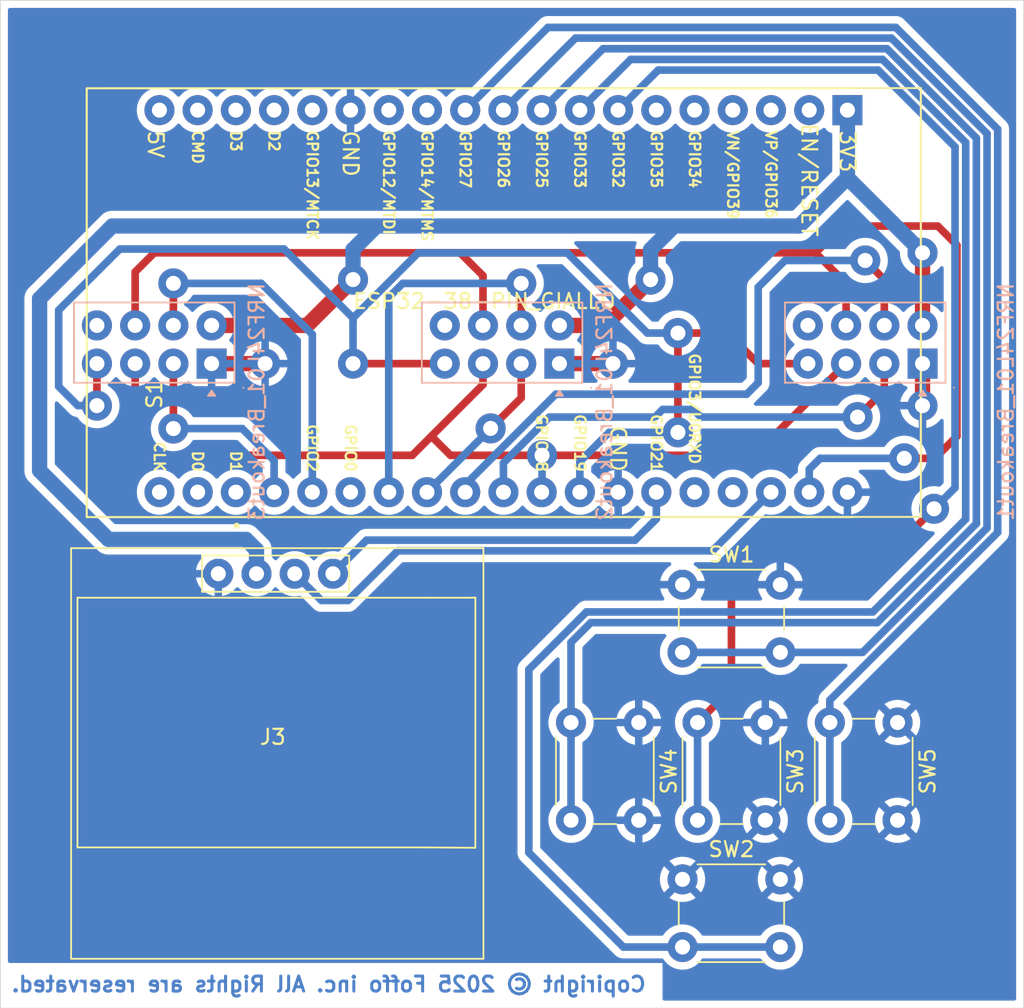
<source format=kicad_pcb>
(kicad_pcb (version 20241229) (generator "pcbnew") (generator_version "9.0")
  (layers (0 "F.Cu" signal) (2 "B.Cu" signal) (13 "F.Paste" user) (15 "B.Paste" user) (5 "F.SilkS" user "F.Silkscreen") (7 "B.SilkS" user "B.Silkscreen") (1 "F.Mask" user) (3 "B.Mask" user) (25 "Edge.Cuts" user))
  (net 0 "")
  (net 1 "GND")
  (net 2 "+5V")
  (net 3 "+3V3")
  (net 4 "/SDA")
  (net 5 "/SCL")
  (net 6 "/SCK")
  (net 7 "/MOSI")
  (net 8 "/SS_ALTO")
  (net 9 "/CE_ALTO")
  (net 10 "/MISO")
  (net 13 "/SS_CENTRO")
  (net 14 "/CE_CENTRO")
  (net 15 "/SS_BASSO")
  (net 16 "Net-(J1-Pin_2)")
  (net 17 "/CE_BASSO")
  (net 19 "/OK_SW")
  (net 20 "/LEFT_SW")
  (net 21 "/RIGHT_SW")
  (net 22 "/DOWN_SW")
  (net 39 "/UP_SW")
  (footprint "0Planck_20250924:ESP32-38-PIN" (layer "F.Cu") (at 152.4891 67.6032 90)
    (property "Reference" "S1" (at 8.405 4.75 90) (layer "F.SilkS"))
    (property "Value" "ESP32-38-PIN_GIALLO" (at 14.605 26.67 0) (layer "F.SilkS"))
    (fp_line (start 28.76 0.25) (end 28.76 51.2) (stroke (width 0.127)) (layer "F.SilkS"))
    (fp_line (start 28.76 0.25) (end 28.7714 55.6768) (stroke (width 0.127)) (layer "F.SilkS"))
    (fp_line (start 18.03 0.25) (end 28.76 0.25) (stroke (width 0.127)) (layer "F.SilkS"))
    (fp_line (start 11.319 0.25) (end 18.03 0.25) (stroke (width 0.127)) (layer "F.SilkS"))
    (fp_line (start 0.25 0.25) (end 28.76 0.25) (stroke (width 0.127)) (layer "F.SilkS"))
    (fp_line (start 0.25 0.25) (end 11.319 0.25) (stroke (width 0.127)) (layer "F.SilkS"))
    (fp_line (start 0.25 51.2) (end 0.25 0.25) (stroke (width 0.127)) (layer "F.SilkS"))
    (fp_line (start 28.7714 55.6768) (end 0.2614 55.6768) (stroke (width 0.127)) (layer "F.SilkS"))
    (fp_line (start 23.3214 55.6768) (end 28.7714 55.6768) (stroke (width 0.127)) (layer "F.SilkS"))
    (fp_line (start 5.6314 55.6768) (end 23.3214 55.6768) (stroke (width 0.127)) (layer "F.SilkS"))
    (fp_line (start 0.2614 55.6768) (end 0.25 0.25) (stroke (width 0.127)) (layer "F.SilkS"))
    (fp_line (start 0.2614 55.6768) (end 5.6314 55.6768) (stroke (width 0.127)) (layer "F.SilkS"))
    (fp_circle (center -0.32 10.21) (end -0.22 10.21) (stroke (width 0.2)) (fill no) (layer "F.SilkS"))
    (fp_text user "GPIO19" (at 3.175 33.02 270) (layer "F.SilkS") (effects (font (size 0.7 0.7)) (justify right)))
    (fp_text user "GPIO14/MTMS" (at 26.035 22.86 270) (layer "F.SilkS") (effects (font (size 0.7 0.7)) (justify left)))
    (fp_text user "GPIO2" (at 3.175 15.24 270) (layer "F.SilkS") (effects (font (size 0.7 0.7)) (justify right)))
    (fp_text user "GPIO32" (at 26.035 35.56 270) (layer "F.SilkS") (effects (font (size 0.7 0.7)) (justify left)))
    (fp_text user "GPIO12/MTDI" (at 26.035 20.32 270) (layer "F.SilkS") (effects (font (size 0.7 0.7)) (justify left)))
    (fp_text user "GPIO3/U0RXD" (at 3.68668 40.64 270) (layer "F.SilkS") (effects (font (size 0.7 0.7)) (justify right)))
    (fp_text user "GPIO18" (at 3.175 30.48 270) (layer "F.SilkS") (effects (font (size 0.7 0.7)) (justify right)))
    (fp_text user "VP/GPIO36" (at 26.035 45.72 270) (layer "F.SilkS") (effects (font (size 0.7 0.7)) (justify left)))
    (fp_text user "D0" (at 3.175 7.62 270) (layer "F.SilkS") (effects (font (size 0.7 0.7)) (justify right)))
    (fp_text user "3V3" (at 26.035 50.8 270) (layer "F.SilkS") (effects (justify left)))
    (fp_text user "GPIO25" (at 26.035 30.48 270) (layer "F.SilkS") (effects (font (size 0.7 0.7)) (justify left)))
    (fp_text user "D3" (at 26.035 10.16 270) (layer "F.SilkS") (effects (font (size 0.7 0.7)) (justify left)))
    (fp_text user "D1" (at 3.175 10.16 270) (layer "F.SilkS") (effects (font (size 0.7 0.7)) (justify right)))
    (fp_text user "GND" (at 26.035 17.78 270) (layer "F.SilkS") (effects (justify left)))
    (fp_text user "GPIO13/MTCK" (at 26.035 15.24 270) (layer "F.SilkS") (effects (font (size 0.7 0.7)) (justify left)))
    (fp_text user "D2" (at 26.035 12.7 270) (layer "F.SilkS") (effects (font (size 0.7 0.7)) (justify left)))
    (fp_text user "GND" (at 3.175 35.56 270) (layer "F.SilkS") (effects (justify right)))
    (fp_text user "VN/GPIO39" (at 26.035 43.18 270) (layer "F.SilkS") (effects (font (size 0.7 0.7)) (justify left)))
    (fp_text user "GPIO33" (at 26.035 33.02 270) (layer "F.SilkS") (effects (font (size 0.7 0.7)) (justify left)))
    (fp_text user "GPIO34" (at 26.035 40.64 270) (layer "F.SilkS") (effects (font (size 0.7 0.7)) (justify left)))
    (fp_text user "5V" (at 26.03868 4.82872 270) (layer "F.SilkS") (effects (justify left)))
    (fp_text user "EN/RESET" (at 18.796 48.26 270) (layer "F.SilkS") (effects (justify right)))
    (fp_text user "GPIO0" (at 3.175 17.78 270) (layer "F.SilkS") (effects (font (size 0.7 0.7)) (justify right)))
    (fp_text user "GPIO27" (at 26.035 25.4 270) (layer "F.SilkS") (effects (font (size 0.7 0.7)) (justify left)))
    (fp_text user "CMD" (at 26.035 7.62 270) (layer "F.SilkS") (effects (font (size 0.7 0.7)) (justify left)))
    (fp_text user "GPIO35" (at 26.035 38.1 270) (layer "F.SilkS") (effects (font (size 0.7 0.7)) (justify left)))
    (fp_text user "CLK" (at 3.175 5.08 270) (layer "F.SilkS") (effects (font (size 0.7 0.7)) (justify right)))
    (fp_text user "GPIO21" (at 3.175 38.1 270) (layer "F.SilkS") (effects (font (size 0.7 0.7)) (justify right)))
    (pad "1" thru_hole rect (at 27.305 50.8 90) (size 2 2) (drill 1) (layers "*.Cu" "*.Mask") (net 3 "+3V3"))
    (pad "2" thru_hole circle (at 27.305 48.26 90) (size 2 2) (drill 1) (layers "*.Cu" "*.Mask"))
    (pad "3" thru_hole circle (at 27.305 45.72 90) (size 2 2) (drill 1) (layers "*.Cu" "*.Mask"))
    (pad "4" thru_hole oval (at 27.305 43.18 180) (size 2 2) (drill 1) (layers "*.Cu" "*.Mask"))
    (pad "5" thru_hole oval (at 27.305 40.64 180) (size 2 2) (drill 1) (layers "*.Cu" "*.Mask"))
    (pad "6" thru_hole oval (at 27.305 38.1 180) (size 2 2) (drill 1) (layers "*.Cu" "*.Mask"))
    (pad "7" thru_hole oval (at 27.305 35.56 180) (size 2 2) (drill 1) (layers "*.Cu" "*.Mask") (net 19 "/OK_SW"))
    (pad "8" thru_hole oval (at 27.305 33.02 180) (size 2 2) (drill 1) (layers "*.Cu" "*.Mask") (net 22 "/DOWN_SW"))
    (pad "9" thru_hole oval (at 27.305 30.48 180) (size 2 2) (drill 1) (layers "*.Cu" "*.Mask") (net 20 "/LEFT_SW"))
    (pad "10" thru_hole oval (at 27.305 27.94 180) (size 2 2) (drill 1) (layers "*.Cu" "*.Mask") (net 39 "/UP_SW"))
    (pad "11" thru_hole oval (at 27.305 25.4 180) (size 2 2) (drill 1) (layers "*.Cu" "*.Mask") (net 21 "/RIGHT_SW"))
    (pad "12" thru_hole oval (at 27.305 22.86 180) (size 2 2) (drill 1) (layers "*.Cu" "*.Mask") (net 16 "Net-(J1-Pin_2)"))
    (pad "13" thru_hole oval (at 27.305 20.32 180) (size 2 2) (drill 1) (layers "*.Cu" "*.Mask"))
    (pad "14" thru_hole oval (at 27.305 17.78 180) (size 2 2) (drill 1) (layers "*.Cu" "*.Mask") (net 1 "GND"))
    (pad "15" thru_hole oval (at 27.305 15.24 180) (size 2 2) (drill 1) (layers "*.Cu" "*.Mask"))
    (pad "16" thru_hole oval (at 27.305 12.7 180) (size 2 2) (drill 1) (layers "*.Cu" "*.Mask"))
    (pad "17" thru_hole oval (at 27.305 10.16 180) (size 2 2) (drill 1) (layers "*.Cu" "*.Mask"))
    (pad "18" thru_hole oval (at 27.305 7.62 180) (size 2 2) (drill 1) (layers "*.Cu" "*.Mask"))
    (pad "19" thru_hole oval (at 27.305 5.08 180) (size 2 2) (drill 1) (layers "*.Cu" "*.Mask") (net 2 "+5V"))
    (pad "20" thru_hole oval (at 1.90868 5.08272 180) (size 2 2) (drill 1) (layers "*.Cu" "*.Mask"))
    (pad "21" thru_hole oval (at 1.90868 7.62272 180) (size 2 2) (drill 1) (layers "*.Cu" "*.Mask"))
    (pad "22" thru_hole oval (at 1.905 10.16 180) (size 2 2) (drill 1) (layers "*.Cu" "*.Mask"))
    (pad "23" thru_hole oval (at 1.905 12.7 180) (size 2 2) (drill 1) (layers "*.Cu" "*.Mask") (net 17 "/CE_BASSO"))
    (pad "24" thru_hole oval (at 1.905 15.24 180) (size 2 2) (drill 1) (layers "*.Cu" "*.Mask") (net 15 "/SS_BASSO"))
    (pad "25" thru_hole oval (at 1.905 17.78 180) (size 2 2) (drill 1) (layers "*.Cu" "*.Mask"))
    (pad "26" thru_hole oval (at 1.905 20.32 180) (size 2 2) (drill 1) (layers "*.Cu" "*.Mask") (net 13 "/SS_CENTRO"))
    (pad "27" thru_hole oval (at 1.905 22.86 180) (size 2 2) (drill 1) (layers "*.Cu" "*.Mask") (net 14 "/CE_CENTRO"))
    (pad "28" thru_hole oval (at 1.905 25.4 180) (size 2 2) (drill 1) (layers "*.Cu" "*.Mask") (net 8 "/SS_ALTO"))
    (pad "29" thru_hole oval (at 1.905 27.94 180) (size 2 2) (drill 1) (layers "*.Cu" "*.Mask") (net 9 "/CE_ALTO"))
    (pad "30" thru_hole oval (at 1.905 30.48 180) (size 2 2) (drill 1) (layers "*.Cu" "*.Mask") (net 6 "/SCK"))
    (pad "31" thru_hole oval (at 1.905 33.02 180) (size 2 2) (drill 1) (layers "*.Cu" "*.Mask") (net 10 "/MISO"))
    (pad "32" thru_hole oval (at 1.905 35.56 180) (size 2 2) (drill 1) (layers "*.Cu" "*.Mask") (net 1 "GND"))
    (pad "33" thru_hole oval (at 1.905 38.1 180) (size 2 2) (drill 1) (layers "*.Cu" "*.Mask") (net 4 "/SDA"))
    (pad "34" thru_hole oval (at 1.905 40.64 180) (size 2 2) (drill 1) (layers "*.Cu" "*.Mask"))
    (pad "35" thru_hole oval (at 1.905 43.18 180) (size 2 2) (drill 1) (layers "*.Cu" "*.Mask"))
    (pad "36" thru_hole oval (at 1.905 45.72 180) (size 2 2) (drill 1) (layers "*.Cu" "*.Mask") (net 5 "/SCL"))
    (pad "37" thru_hole oval (at 1.905 48.26 180) (size 2 2) (drill 1) (layers "*.Cu" "*.Mask") (net 7 "/MOSI"))
    (pad "38" thru_hole oval (at 1.905 50.8 180) (size 2 2) (drill 1) (layers "*.Cu" "*.Mask") (net 1 "GND"))
  )
  (footprint "0Planck_20250924:SW_PUSH_6mm_H9.5mm" (layer "F.Cu") (at 197.83 81.01 -90)
    (property "Reference" "SW3" (at 3.25 -2 90) (layer "F.SilkS"))
    (property "Value" "OK_SW")
    (fp_line (start 1 5.5) (end 5.5 5.5) (stroke (width 0.12)) (layer "F.SilkS"))
    (fp_line (start 6.75 3) (end 6.75 1.5) (stroke (width 0.12)) (layer "F.SilkS"))
    (fp_line (start -0.25 1.5) (end -0.25 3) (stroke (width 0.12)) (layer "F.SilkS"))
    (fp_line (start 5.5 -1) (end 1 -1) (stroke (width 0.12)) (layer "F.SilkS"))
    (pad "1" thru_hole oval (at 0 0) (size 2 2) (drill 1) (layers "*.Cu" "*.Mask") (net 1 "GND"))
    (pad "1" thru_hole circle (at 6.5 0 270) (size 2 2) (drill 1) (layers "*.Cu" "*.Mask") (net 1 "GND"))
    (pad "2" thru_hole oval (at 0 4.5) (size 2 2) (drill 1) (layers "*.Cu" "*.Mask") (net 19 "/OK_SW"))
    (pad "2" thru_hole circle (at 6.5 4.5 270) (size 2 2) (drill 1) (layers "*.Cu" "*.Mask") (net 19 "/OK_SW"))
  )
  (footprint "" (layer "F.Cu") (at 164.592 57.15)
    (property "Reference" "" (at 0 0 0) (layer "F.SilkS") (effects (font (size 1.27 1.27))))
    (property "Value" "")
    (pad "" thru_hole oval (at 0 0 180) (size 2 2) (drill 1) (layers "*.Cu" "*.Mask") (net 1 "GND"))
  )
  (footprint "0Planck_20250924:128x64OLED" (layer "F.Cu") (at 165.1 81.72)
    (property "Reference" "J3" (at 0 0.254 0) (layer "F.SilkS"))
    (property "Value" "OLED")
    (fp_line (start -13.4 -12.3) (end 14 -12.3) (stroke (width 0.12)) (layer "F.SilkS"))
    (fp_line (start -13.4 15) (end -13.4 -12.3) (stroke (width 0.12)) (layer "F.SilkS"))
    (fp_line (start -12.978 -9.005) (end 10.122 -9.005) (stroke (width 0.12)) (layer "F.SilkS"))
    (fp_line (start -12.978 7.595) (end -12.978 -9.005) (stroke (width 0.12)) (layer "F.SilkS"))
    (fp_line (start -4.699 -11.811) (end -4.699 -9.398) (stroke (width 0.12)) (layer "F.SilkS"))
    (fp_line (start -4.699 -11.811) (end 5.08 -11.811) (stroke (width 0.12)) (layer "F.SilkS"))
    (fp_line (start 5.08 -11.811) (end 5.08 -9.398) (stroke (width 0.12)) (layer "F.SilkS"))
    (fp_line (start 5.08 -9.398) (end -4.699 -9.398) (stroke (width 0.12)) (layer "F.SilkS"))
    (fp_line (start 10.122 -9.005) (end 13.208 -9.005) (stroke (width 0.12)) (layer "F.SilkS"))
    (fp_line (start 10.122 7.595) (end -12.978 7.595) (stroke (width 0.12)) (layer "F.SilkS"))
    (fp_line (start 10.122 7.595) (end 13.462 7.62) (stroke (width 0.12)) (layer "F.SilkS"))
    (fp_line (start 13.462 -9.017) (end 13.208 -9.005) (stroke (width 0.12)) (layer "F.SilkS"))
    (fp_line (start 13.462 7.62) (end 13.462 -9.017) (stroke (width 0.12)) (layer "F.SilkS"))
    (fp_line (start 14 -12.3) (end 14 15) (stroke (width 0.12)) (layer "F.SilkS"))
    (fp_line (start 14 15) (end -13.4 15) (stroke (width 0.12)) (layer "F.SilkS"))
    (pad "1" thru_hole oval (at -3.62 -10.6 90) (size 2 2) (drill 1) (layers "*.Cu" "*.Mask") (net 1 "GND"))
    (pad "2" thru_hole oval (at -1.08 -10.6 90) (size 2 2) (drill 1) (layers "*.Cu" "*.Mask") (net 3 "+3V3"))
    (pad "3" thru_hole oval (at 1.46 -10.6 90) (size 2 2) (drill 1) (layers "*.Cu" "*.Mask") (net 5 "/SCL"))
    (pad "4" thru_hole oval (at 4 -10.6 90) (size 2 2) (drill 1) (layers "*.Cu" "*.Mask") (net 4 "/SDA"))
  )
  (footprint "0Planck_20250924:SW_PUSH_6mm_H9.5mm" (layer "F.Cu") (at 192.33 71.85)
    (property "Reference" "SW1" (at 3.25 -2 0) (layer "F.SilkS"))
    (property "Value" "UP_SW")
    (fp_line (start -0.25 1.5) (end -0.25 3) (stroke (width 0.12)) (layer "F.SilkS"))
    (fp_line (start 1 5.5) (end 5.5 5.5) (stroke (width 0.12)) (layer "F.SilkS"))
    (fp_line (start 5.5 -1) (end 1 -1) (stroke (width 0.12)) (layer "F.SilkS"))
    (fp_line (start 6.75 3) (end 6.75 1.5) (stroke (width 0.12)) (layer "F.SilkS"))
    (pad "1" thru_hole oval (at 0 0 90) (size 2 2) (drill 1) (layers "*.Cu" "*.Mask") (net 1 "GND"))
    (pad "1" thru_hole oval (at 6.5 0 90) (size 2 2) (drill 1) (layers "*.Cu" "*.Mask") (net 1 "GND"))
    (pad "2" thru_hole oval (at 0 4.5 90) (size 2 2) (drill 1) (layers "*.Cu" "*.Mask") (net 39 "/UP_SW"))
    (pad "2" thru_hole oval (at 6.5 4.5 90) (size 2 2) (drill 1) (layers "*.Cu" "*.Mask") (net 39 "/UP_SW"))
  )
  (footprint "0Planck_20250924:SW_PUSH_6mm_H9.5mm" (layer "F.Cu") (at 189.42 81.01 -90)
    (property "Reference" "SW4" (at 3.25 -2 90) (layer "F.SilkS"))
    (property "Value" "LEFT_SW")
    (fp_line (start 1 5.5) (end 5.5 5.5) (stroke (width 0.12)) (layer "F.SilkS"))
    (fp_line (start 6.75 3) (end 6.75 1.5) (stroke (width 0.12)) (layer "F.SilkS"))
    (fp_line (start -0.25 1.5) (end -0.25 3) (stroke (width 0.12)) (layer "F.SilkS"))
    (fp_line (start 5.5 -1) (end 1 -1) (stroke (width 0.12)) (layer "F.SilkS"))
    (pad "1" thru_hole oval (at 0 0) (size 2 2) (drill 1) (layers "*.Cu" "*.Mask") (net 1 "GND"))
    (pad "1" thru_hole oval (at 6.5 0) (size 2 2) (drill 1) (layers "*.Cu" "*.Mask") (net 1 "GND"))
    (pad "2" thru_hole oval (at 0 4.5) (size 2 2) (drill 1) (layers "*.Cu" "*.Mask") (net 20 "/LEFT_SW"))
    (pad "2" thru_hole oval (at 6.5 4.5) (size 2 2) (drill 1) (layers "*.Cu" "*.Mask") (net 20 "/LEFT_SW"))
  )
  (footprint "0Planck_20250924:SW_PUSH_6mm_H9.5mm" (layer "F.Cu") (at 192.33 91.44)
    (property "Reference" "SW2" (at 3.25 -2 0) (layer "F.SilkS"))
    (property "Value" "DOWN_SW")
    (fp_line (start -0.25 1.5) (end -0.25 3) (stroke (width 0.12)) (layer "F.SilkS"))
    (fp_line (start 1 5.5) (end 5.5 5.5) (stroke (width 0.12)) (layer "F.SilkS"))
    (fp_line (start 5.5 -1) (end 1 -1) (stroke (width 0.12)) (layer "F.SilkS"))
    (fp_line (start 6.75 3) (end 6.75 1.5) (stroke (width 0.12)) (layer "F.SilkS"))
    (pad "1" thru_hole circle (at 0 0) (size 2 2) (drill 1) (layers "*.Cu" "*.Mask") (net 1 "GND"))
    (pad "1" thru_hole circle (at 6.5 0) (size 2 2) (drill 1) (layers "*.Cu" "*.Mask") (net 1 "GND"))
    (pad "2" thru_hole circle (at 0 4.5) (size 2 2) (drill 1) (layers "*.Cu" "*.Mask") (net 22 "/DOWN_SW"))
    (pad "2" thru_hole circle (at 6.5 4.5) (size 2 2) (drill 1) (layers "*.Cu" "*.Mask") (net 22 "/DOWN_SW"))
  )
  (footprint "" (layer "F.Cu") (at 208.28 59.944)
    (property "Reference" "" (at 0 0 0) (layer "F.SilkS") (effects (font (size 1.27 1.27))))
    (property "Value" "")
    (pad "" thru_hole oval (at 0 0 180) (size 2 2) (drill 1) (layers "*.Cu" "*.Mask") (net 1 "GND"))
  )
  (footprint "" (layer "F.Cu") (at 187.706 57.15)
    (property "Reference" "" (at 0 0 0) (layer "F.SilkS") (effects (font (size 1.27 1.27))))
    (property "Value" "")
    (pad "" thru_hole oval (at 0 0 180) (size 2 2) (drill 1) (layers "*.Cu" "*.Mask") (net 1 "GND"))
  )
  (footprint "0Planck_20250924:SW_PUSH_6mm_H9.5mm" (layer "F.Cu") (at 206.62 81.01 -90)
    (property "Reference" "SW5" (at 3.25 -2 90) (layer "F.SilkS"))
    (property "Value" "RIGHT_SW")
    (fp_line (start 1 5.5) (end 5.5 5.5) (stroke (width 0.12)) (layer "F.SilkS"))
    (fp_line (start 6.75 3) (end 6.75 1.5) (stroke (width 0.12)) (layer "F.SilkS"))
    (fp_line (start -0.25 1.5) (end -0.25 3) (stroke (width 0.12)) (layer "F.SilkS"))
    (fp_line (start 5.5 -1) (end 1 -1) (stroke (width 0.12)) (layer "F.SilkS"))
    (pad "1" thru_hole circle (at 0 0 270) (size 2 2) (drill 1) (layers "*.Cu" "*.Mask") (net 1 "GND"))
    (pad "1" thru_hole circle (at 6.5 0 270) (size 2 2) (drill 1) (layers "*.Cu" "*.Mask") (net 1 "GND"))
    (pad "2" thru_hole circle (at 0 4.5 270) (size 2 2) (drill 1) (layers "*.Cu" "*.Mask") (net 21 "/RIGHT_SW"))
    (pad "2" thru_hole circle (at 6.5 4.5 270) (size 2 2) (drill 1) (layers "*.Cu" "*.Mask") (net 21 "/RIGHT_SW"))
  )
  (footprint "0Planck_20250924:nRF24L01_PA_LNA" (layer "B.Cu") (at 184.15 57.15 90)
    (property "Reference" "NRF24L01_Breakout2" (at -2.54 3 90) (layer "B.SilkS") (effects (justify mirror)))
    (property "Value" "CENTRO" (hide yes))
    (fp_line (start 4.064 -9.144) (end -1.27 -9.144) (stroke (width 0.12)) (layer "B.SilkS"))
    (fp_line (start -1.27 -9.144) (end -1.27 -9.144) (stroke (width 0.12)) (layer "B.SilkS"))
    (fp_line (start -1.27 -9.144) (end -1.27 1.524) (stroke (width 0.12)) (layer "B.SilkS"))
    (fp_line (start 4.064 1.524) (end 4.064 -9.144) (stroke (width 0.12)) (layer "B.SilkS"))
    (fp_line (start -1.27 1.524) (end 4.064 1.524) (stroke (width 0.12)) (layer "B.SilkS"))
    (fp_line (start -1.27 1.524) (end -1.27 1.524) (stroke (width 0.12)) (layer "B.SilkS"))
    (fp_line (start -1.6 2.1) (end -1.6 2.1) (stroke (width 0.12)) (layer "B.SilkS"))
    (fp_poly (pts (xy -1.8 0) (xy -2.136 -0.24) (xy -2.136 0.24) (xy -1.8 0)) (stroke (width 0.12)) (fill yes) (layer "B.SilkS"))
    (pad "1" thru_hole rect (at 0 0 90) (size 2 2) (drill 1) (layers "*.Cu" "*.Mask") (net 1 "GND"))
    (pad "2" thru_hole oval (at 2.54 0 180) (size 2 2) (drill 1) (layers "*.Cu" "*.Mask") (net 3 "+3V3"))
    (pad "3" thru_hole oval (at 0 -2.54 180) (size 2 2) (drill 1) (layers "*.Cu" "*.Mask") (net 14 "/CE_CENTRO"))
    (pad "4" thru_hole oval (at 2.54 -2.54 180) (size 2 2) (drill 1) (layers "*.Cu" "*.Mask") (net 13 "/SS_CENTRO"))
    (pad "5" thru_hole oval (at 0 -5.08 180) (size 2 2) (drill 1) (layers "*.Cu" "*.Mask") (net 6 "/SCK"))
    (pad "6" thru_hole oval (at 2.54 -5.08 180) (size 2 2) (drill 1) (layers "*.Cu" "*.Mask") (net 7 "/MOSI"))
    (pad "7" thru_hole oval (at 0 -7.62 180) (size 2 2) (drill 1) (layers "*.Cu" "*.Mask") (net 10 "/MISO"))
    (pad "8" thru_hole oval (at 2.54 -7.62 180) (size 2 2) (drill 1) (layers "*.Cu" "*.Mask"))
  )
  (footprint "0Planck_20250924:nRF24L01_PA_LNA" (layer "B.Cu") (at 161.036 57.15 90)
    (property "Reference" "NRF24L01_Breakout3" (at -2.54 3 90) (layer "B.SilkS") (effects (justify mirror)))
    (property "Value" "BASSO" (hide yes))
    (fp_line (start 4.064 -9.144) (end -1.27 -9.144) (stroke (width 0.12)) (layer "B.SilkS"))
    (fp_line (start -1.27 -9.144) (end -1.27 -9.144) (stroke (width 0.12)) (layer "B.SilkS"))
    (fp_line (start -1.27 -9.144) (end -1.27 1.524) (stroke (width 0.12)) (layer "B.SilkS"))
    (fp_line (start 4.064 1.524) (end 4.064 -9.144) (stroke (width 0.12)) (layer "B.SilkS"))
    (fp_line (start -1.27 1.524) (end 4.064 1.524) (stroke (width 0.12)) (layer "B.SilkS"))
    (fp_line (start -1.27 1.524) (end -1.27 1.524) (stroke (width 0.12)) (layer "B.SilkS"))
    (fp_line (start -1.6 2.1) (end -1.6 2.1) (stroke (width 0.12)) (layer "B.SilkS"))
    (fp_poly (pts (xy -1.8 0) (xy -2.136 -0.24) (xy -2.136 0.24) (xy -1.8 0)) (stroke (width 0.12)) (fill yes) (layer "B.SilkS"))
    (pad "1" thru_hole rect (at 0 0 90) (size 2 2) (drill 1) (layers "*.Cu" "*.Mask") (net 1 "GND"))
    (pad "2" thru_hole oval (at 2.54 0 180) (size 2 2) (drill 1) (layers "*.Cu" "*.Mask") (net 3 "+3V3"))
    (pad "3" thru_hole oval (at 0 -2.54 180) (size 2 2) (drill 1) (layers "*.Cu" "*.Mask") (net 17 "/CE_BASSO"))
    (pad "4" thru_hole oval (at 2.54 -2.54 180) (size 2 2) (drill 1) (layers "*.Cu" "*.Mask") (net 15 "/SS_BASSO"))
    (pad "5" thru_hole oval (at 0 -5.08 180) (size 2 2) (drill 1) (layers "*.Cu" "*.Mask") (net 6 "/SCK"))
    (pad "6" thru_hole oval (at 2.54 -5.08 180) (size 2 2) (drill 1) (layers "*.Cu" "*.Mask") (net 7 "/MOSI"))
    (pad "7" thru_hole oval (at 0 -7.62 180) (size 2 2) (drill 1) (layers "*.Cu" "*.Mask") (net 10 "/MISO"))
    (pad "8" thru_hole oval (at 2.54 -7.62 180) (size 2 2) (drill 1) (layers "*.Cu" "*.Mask"))
  )
  (footprint "0Planck_20250924:nRF24L01_PA_LNA" (layer "B.Cu") (at 208.28 57.15 90)
    (property "Reference" "NRF24L01_Breakout1" (at -2.54 5.54 90) (layer "B.SilkS") (effects (justify mirror)))
    (property "Value" "ALTO" (hide yes))
    (fp_line (start 4.064 -9.144) (end -1.27 -9.144) (stroke (width 0.12)) (layer "B.SilkS"))
    (fp_line (start -1.27 -9.144) (end -1.27 -9.144) (stroke (width 0.12)) (layer "B.SilkS"))
    (fp_line (start -1.27 -9.144) (end -1.27 1.524) (stroke (width 0.12)) (layer "B.SilkS"))
    (fp_line (start 4.064 1.524) (end 4.064 -9.144) (stroke (width 0.12)) (layer "B.SilkS"))
    (fp_line (start -1.27 1.524) (end 4.064 1.524) (stroke (width 0.12)) (layer "B.SilkS"))
    (fp_line (start -1.27 1.524) (end -1.27 1.524) (stroke (width 0.12)) (layer "B.SilkS"))
    (fp_line (start -1.6 2.1) (end -1.6 2.1) (stroke (width 0.12)) (layer "B.SilkS"))
    (fp_poly (pts (xy -1.8 0) (xy -2.136 -0.24) (xy -2.136 0.24) (xy -1.8 0)) (stroke (width 0.12)) (fill yes) (layer "B.SilkS"))
    (pad "1" thru_hole rect (at 0 0 90) (size 2 2) (drill 1) (layers "*.Cu" "*.Mask") (net 1 "GND"))
    (pad "2" thru_hole circle (at 2.54 0 90) (size 2 2) (drill 1) (layers "*.Cu" "*.Mask") (net 3 "+3V3"))
    (pad "3" thru_hole circle (at 0 -2.54 90) (size 2 2) (drill 1) (layers "*.Cu" "*.Mask") (net 9 "/CE_ALTO"))
    (pad "4" thru_hole circle (at 2.54 -2.54 90) (size 2 2) (drill 1) (layers "*.Cu" "*.Mask") (net 8 "/SS_ALTO"))
    (pad "5" thru_hole circle (at 0 -5.08 90) (size 2 2) (drill 1) (layers "*.Cu" "*.Mask") (net 6 "/SCK"))
    (pad "6" thru_hole circle (at 2.54 -5.08 90) (size 2 2) (drill 1) (layers "*.Cu" "*.Mask") (net 7 "/MOSI"))
    (pad "7" thru_hole circle (at 0 -7.62 90) (size 2 2) (drill 1) (layers "*.Cu" "*.Mask") (net 10 "/MISO"))
    (pad "8" thru_hole circle (at 2.54 -7.62 90) (size 2 2) (drill 1) (layers "*.Cu" "*.Mask"))
  )
  (gr_rect (start 147 33) (end 215 100) (stroke (width 0.05)) (fill no) (layer "Edge.Cuts"))
  (gr_text "Copiright © 2025 Foffo inc. All Rights are reservated." (at 190 99 0) (layer "B.Cu") (effects (font (size 1 1) (thickness 0.2) (bold yes)) (justify left bottom mirror)))
  (gr_text "GPIO26" (at 180.4291 41.5682 270) (layer "F.SilkS") (effects (font (size 0.7 0.7)) (justify left)))
  (segment (start 164.592 57.15) (end 161.036 57.15) (width 1.016) (layer "F.Cu") (net 1))
  (segment (start 187.706 57.15) (end 184.15 57.15) (width 1.016) (layer "F.Cu") (net 1))
  (segment (start 208.28 59.944) (end 208.28 57.15) (width 1.016) (layer "F.Cu") (net 1))
  (segment (start 208.28 49.784) (end 208.28 54.61) (width 1.016) (layer "F.Cu") (net 3))
  (segment (start 190.204 51.568) (end 187.156 54.616) (width 1.016) (layer "F.Cu") (net 3))
  (segment (start 187.15 54.61) (end 184.15 54.61) (width 1.016) (layer "F.Cu") (net 3))
  (segment (start 170.434 51.562) (end 167.386 54.61) (width 1.016) (layer "F.Cu") (net 3))
  (segment (start 187.156 54.616) (end 187.15 54.61) (width 1.016) (layer "F.Cu") (net 3))
  (segment (start 167.386 54.61) (end 161.036 54.61) (width 1.016) (layer "F.Cu") (net 3))
  (via (at 208.28 49.784) (size 2) (drill 1) (layers "F.Cu" "B.Cu") (net 3))
  (via (at 190.204 51.568) (size 2) (drill 1) (layers "F.Cu" "B.Cu") (net 3))
  (via (at 170.434 51.562) (size 2) (drill 1) (layers "F.Cu" "B.Cu") (net 3))
  (segment (start 190.204 49.572) (end 191.77 48.006) (width 1.016) (layer "B.Cu") (net 3))
  (segment (start 149.606 64.262) (end 149.606 52.832) (width 1.016) (layer "B.Cu") (net 3))
  (segment (start 170.434 51.562) (end 170.434 49.566) (width 1.016) (layer "B.Cu") (net 3))
  (segment (start 163.322 68.834) (end 154.178 68.834) (width 1.016) (layer "B.Cu") (net 3))
  (segment (start 154.438 48) (end 200.0822 48) (width 1.016) (layer "B.Cu") (net 3))
  (segment (start 154.178 68.834) (end 149.606 64.262) (width 1.016) (layer "B.Cu") (net 3))
  (segment (start 208.28 49.784) (end 203.2891 44.7931) (width 1.016) (layer "B.Cu") (net 3))
  (segment (start 164.02 71.12) (end 164.02 69.532) (width 1.016) (layer "B.Cu") (net 3))
  (segment (start 164.02 69.532) (end 163.322 68.834) (width 1.016) (layer "B.Cu") (net 3))
  (segment (start 190.204 51.568) (end 190.204 49.572) (width 1.016) (layer "B.Cu") (net 3))
  (segment (start 203.2891 40.2982) (end 203.2891 44.7931) (width 1.016) (layer "B.Cu") (net 3))
  (segment (start 149.606 52.832) (end 154.438 48) (width 1.016) (layer "B.Cu") (net 3))
  (segment (start 170.434 49.566) (end 172 48) (width 1.016) (layer "B.Cu") (net 3))
  (segment (start 200.0822 48) (end 203.2891 44.7931) (width 1.016) (layer "B.Cu") (net 3))
  (segment (start 171.333 68.887) (end 169.1 71.12) (width 0.508) (layer "B.Cu") (net 4))
  (segment (start 190.5891 65.6982) (end 190.5891 67.4749) (width 0.508) (layer "B.Cu") (net 4))
  (segment (start 189.177 68.887) (end 171.333 68.887) (width 0.508) (layer "B.Cu") (net 4))
  (segment (start 190.5891 67.4749) (end 189.177 68.887) (width 0.508) (layer "B.Cu") (net 4))
  (segment (start 168.338 72.898) (end 166.56 71.12) (width 0.508) (layer "B.Cu") (net 5))
  (segment (start 198.2091 65.6982) (end 194.3113 69.596) (width 0.508) (layer "B.Cu") (net 5))
  (segment (start 170.102 72.898) (end 168.338 72.898) (width 0.508) (layer "B.Cu") (net 5))
  (segment (start 173.404 69.596) (end 170.102 72.898) (width 0.508) (layer "B.Cu") (net 5))
  (segment (start 194.3113 69.596) (end 173.404 69.596) (width 0.508) (layer "B.Cu") (net 5))
  (segment (start 179.07 58.547) (end 175.641 61.976) (width 0.508) (layer "F.Cu") (net 6))
  (segment (start 197.104 63.246) (end 203.2 57.15) (width 0.508) (layer "F.Cu") (net 6))
  (segment (start 182.994434 63.246) (end 176.911 63.246) (width 0.508) (layer "F.Cu") (net 6))
  (segment (start 157.734 63.246) (end 174.371 63.246) (width 0.508) (layer "F.Cu") (net 6))
  (segment (start 182.994434 63.246) (end 197.104 63.246) (width 0.508) (layer "F.Cu") (net 6))
  (segment (start 174.371 63.246) (end 175.641 61.976) (width 0.508) (layer "F.Cu") (net 6))
  (segment (start 179.07 57.15) (end 179.07 58.547) (width 0.508) (layer "F.Cu") (net 6))
  (segment (start 155.956 61.468) (end 157.734 63.246) (width 0.508) (layer "F.Cu") (net 6))
  (segment (start 176.911 63.246) (end 175.641 61.976) (width 0.508) (layer "F.Cu") (net 6))
  (segment (start 155.956 57.15) (end 155.956 61.468) (width 0.508) (layer "F.Cu") (net 6))
  (via (at 182.994434 63.246) (size 2) (drill 1) (layers "F.Cu" "B.Cu") (net 6))
  (segment (start 182.994434 63.246) (end 182.994434 64.833766) (width 0.508) (layer "B.Cu") (net 6))
  (segment (start 182.994434 64.833766) (end 182.9691 64.8591) (width 0.508) (layer "B.Cu") (net 6))
  (segment (start 182.9691 64.8591) (end 182.9691 65.6982) (width 0.508) (layer "B.Cu") (net 6))
  (segment (start 209.296 48.006) (end 202.946 48.006) (width 0.508) (layer "F.Cu") (net 7))
  (segment (start 179.07 51.308) (end 177.546 49.784) (width 0.508) (layer "F.Cu") (net 7))
  (segment (start 199.898 49.784) (end 177.546 49.784) (width 0.508) (layer "F.Cu") (net 7))
  (segment (start 203.2 54.61) (end 203.2 51.816) (width 0.508) (layer "F.Cu") (net 7))
  (segment (start 177.546 49.784) (end 157.226 49.784) (width 0.508) (layer "F.Cu") (net 7))
  (segment (start 155.956 51.054) (end 155.956 54.61) (width 0.508) (layer "F.Cu") (net 7))
  (segment (start 210.566 61.976) (end 210.566 49.276) (width 0.508) (layer "F.Cu") (net 7))
  (segment (start 203.2 51.816) (end 201.168 49.784) (width 0.508) (layer "F.Cu") (net 7))
  (segment (start 210.566 49.276) (end 209.296 48.006) (width 0.508) (layer "F.Cu") (net 7))
  (segment (start 179.07 54.61) (end 179.07 51.308) (width 0.508) (layer "F.Cu") (net 7))
  (segment (start 201.168 49.784) (end 199.898 49.784) (width 0.508) (layer "F.Cu") (net 7))
  (segment (start 157.226 49.784) (end 155.956 51.054) (width 0.508) (layer "F.Cu") (net 7))
  (segment (start 209.095 63.447) (end 210.566 61.976) (width 0.508) (layer "F.Cu") (net 7))
  (segment (start 207.063 63.447) (end 209.095 63.447) (width 0.508) (layer "F.Cu") (net 7))
  (segment (start 202.946 48.006) (end 201.168 49.784) (width 0.508) (layer "F.Cu") (net 7))
  (via (at 207.063 63.447) (size 2) (drill 1) (layers "F.Cu" "B.Cu") (net 7))
  (segment (start 200.7491 64.1729) (end 200.7491 65.6982) (width 0.508) (layer "B.Cu") (net 7))
  (segment (start 201.475 63.447) (end 200.7491 64.1729) (width 0.508) (layer "B.Cu") (net 7))
  (segment (start 207.063 63.447) (end 201.475 63.447) (width 0.508) (layer "B.Cu") (net 7))
  (segment (start 205.74 51.562) (end 205.74 54.61) (width 0.508) (layer "F.Cu") (net 8))
  (segment (start 204.47 50.292) (end 205.74 51.562) (width 0.508) (layer "F.Cu") (net 8))
  (via (at 204.47 50.292) (size 2) (drill 1) (layers "F.Cu" "B.Cu") (net 8))
  (segment (start 197.358 58.42) (end 196.596 59.182) (width 0.508) (layer "B.Cu") (net 8))
  (segment (start 177.8891 65.202222) (end 177.8891 65.6982) (width 0.508) (layer "B.Cu") (net 8))
  (segment (start 199.136 50.292) (end 197.358 52.07) (width 0.508) (layer "B.Cu") (net 8))
  (segment (start 204.47 50.292) (end 199.136 50.292) (width 0.508) (layer "B.Cu") (net 8))
  (segment (start 196.596 59.182) (end 183.909322 59.182) (width 0.508) (layer "B.Cu") (net 8))
  (segment (start 183.909322 59.182) (end 177.8891 65.202222) (width 0.508) (layer "B.Cu") (net 8))
  (segment (start 197.358 52.07) (end 197.358 58.42) (width 0.508) (layer "B.Cu") (net 8))
  (segment (start 203.962 60.706) (end 205.74 58.928) (width 0.508) (layer "F.Cu") (net 9))
  (segment (start 205.74 58.928) (end 205.74 57.15) (width 0.508) (layer "F.Cu") (net 9))
  (via (at 203.962 60.706) (size 2) (drill 1) (layers "F.Cu" "B.Cu") (net 9))
  (segment (start 203.962 60.706) (end 193.548 60.706) (width 0.508) (layer "B.Cu") (net 9))
  (segment (start 183.476753 60.706) (end 180.4291 63.753653) (width 0.508) (layer "B.Cu") (net 9))
  (segment (start 191.008 60.198) (end 190.5 60.706) (width 0.508) (layer "B.Cu") (net 9))
  (segment (start 180.4291 63.753653) (end 180.4291 65.6982) (width 0.508) (layer "B.Cu") (net 9))
  (segment (start 193.548 60.706) (end 193.04 60.198) (width 0.508) (layer "B.Cu") (net 9))
  (segment (start 190.5 60.706) (end 183.476753 60.706) (width 0.508) (layer "B.Cu") (net 9))
  (segment (start 193.04 60.198) (end 191.008 60.198) (width 0.508) (layer "B.Cu") (net 9))
  (segment (start 197.358 57.15) (end 195.326 55.118) (width 0.508) (layer "F.Cu") (net 10))
  (segment (start 195.326 55.118) (end 192.024 55.118) (width 0.508) (layer "F.Cu") (net 10))
  (segment (start 153.416 57.15) (end 153.416 59.944) (width 0.508) (layer "F.Cu") (net 10))
  (segment (start 200.66 57.15) (end 197.358 57.15) (width 0.508) (layer "F.Cu") (net 10))
  (segment (start 192.024 61.722) (end 192.024 55.118) (width 0.508) (layer "F.Cu") (net 10))
  (segment (start 170.434 57.15) (end 176.53 57.15) (width 0.508) (layer "F.Cu") (net 10))
  (via (at 153.416 59.944) (size 2) (drill 1) (layers "F.Cu" "B.Cu") (net 10))
  (via (at 192.024 61.722) (size 2) (drill 1) (layers "F.Cu" "B.Cu") (net 10))
  (via (at 170.434 57.15) (size 2) (drill 1) (layers "F.Cu" "B.Cu") (net 10))
  (via (at 192.024 55.118) (size 2) (drill 1) (layers "F.Cu" "B.Cu") (net 10))
  (segment (start 187.452 61.722) (end 185.5091 63.6649) (width 0.508) (layer "B.Cu") (net 10))
  (segment (start 170.434 54.369323) (end 170.434 57.15) (width 0.508) (layer "B.Cu") (net 10))
  (segment (start 192.024 61.722) (end 187.452 61.722) (width 0.508) (layer "B.Cu") (net 10))
  (segment (start 184.658 49.784) (end 174.765322 49.784) (width 0.508) (layer "B.Cu") (net 10))
  (segment (start 152.146 59.944) (end 150.876 58.674) (width 0.508) (layer "B.Cu") (net 10))
  (segment (start 153.416 59.944) (end 152.146 59.944) (width 0.508) (layer "B.Cu") (net 10))
  (segment (start 189.992 55.118) (end 184.658 49.784) (width 0.508) (layer "B.Cu") (net 10))
  (segment (start 185.5091 63.6649) (end 185.5091 65.6982) (width 0.508) (layer "B.Cu") (net 10))
  (segment (start 174.765322 49.784) (end 170.434 54.115322) (width 0.508) (layer "B.Cu") (net 10))
  (segment (start 170.434 54.369323) (end 170.434 54.115322) (width 0.508) (layer "B.Cu") (net 10))
  (segment (start 150.876 53.594) (end 154.94 49.53) (width 0.508) (layer "B.Cu") (net 10))
  (segment (start 192.024 55.118) (end 189.992 55.118) (width 0.508) (layer "B.Cu") (net 10))
  (segment (start 150.876 58.674) (end 150.876 53.594) (width 0.508) (layer "B.Cu") (net 10))
  (segment (start 154.94 49.53) (end 165.848678 49.53) (width 0.508) (layer "B.Cu") (net 10))
  (segment (start 165.848678 49.53) (end 170.434 54.115322) (width 0.508) (layer "B.Cu") (net 10))
  (segment (start 181.61 51.816) (end 181.61 54.61) (width 0.508) (layer "F.Cu") (net 13))
  (via (at 181.61 51.816) (size 2) (drill 1) (layers "F.Cu" "B.Cu") (net 13))
  (segment (start 181.61 51.816) (end 173.736 51.816) (width 0.508) (layer "B.Cu") (net 13))
  (segment (start 173.736 51.816) (end 172.8091 52.7429) (width 0.508) (layer "B.Cu") (net 13))
  (segment (start 172.8091 52.7429) (end 172.8091 65.6982) (width 0.508) (layer "B.Cu") (net 13))
  (segment (start 181.61 59.425054) (end 181.61 57.15) (width 0.508) (layer "F.Cu") (net 14))
  (segment (start 179.578 61.457054) (end 181.61 59.425054) (width 0.508) (layer "F.Cu") (net 14))
  (via (at 179.578 61.457054) (size 2) (drill 1) (layers "F.Cu" "B.Cu") (net 14))
  (segment (start 175.3491 65.6969) (end 175.3491 65.6982) (width 0.508) (layer "B.Cu") (net 14))
  (segment (start 179.578 61.457054) (end 179.578 61.468) (width 0.508) (layer "B.Cu") (net 14))
  (segment (start 179.578 61.468) (end 175.3491 65.6969) (width 0.508) (layer "B.Cu") (net 14))
  (segment (start 158.496 51.816) (end 158.496 54.61) (width 0.508) (layer "F.Cu") (net 15))
  (via (at 158.496 51.816) (size 2) (drill 1) (layers "F.Cu" "B.Cu") (net 15))
  (segment (start 164.338 51.816) (end 167.7291 55.2071) (width 0.508) (layer "B.Cu") (net 15))
  (segment (start 167.7291 55.2071) (end 167.7291 65.6982) (width 0.508) (layer "B.Cu") (net 15))
  (segment (start 158.496 51.816) (end 164.338 51.816) (width 0.508) (layer "B.Cu") (net 15))
  (segment (start 158.496 57.15) (end 158.496 61.468) (width 0.508) (layer "F.Cu") (net 17))
  (via (at 158.496 61.468) (size 2) (drill 1) (layers "F.Cu" "B.Cu") (net 17))
  (segment (start 163.068 61.468) (end 165.1891 63.5891) (width 0.508) (layer "B.Cu") (net 17))
  (segment (start 158.496 61.468) (end 163.068 61.468) (width 0.508) (layer "B.Cu") (net 17))
  (segment (start 165.1891 63.5891) (end 165.1891 65.6982) (width 0.508) (layer "B.Cu") (net 17))
  (segment (start 195.58 78.76) (end 193.33 81.01) (width 0.508) (layer "F.Cu") (net 19))
  (segment (start 209.042 66.802) (end 206.502 69.342) (width 0.508) (layer "F.Cu") (net 19))
  (segment (start 197.358 69.342) (end 195.58 71.12) (width 0.508) (layer "F.Cu") (net 19))
  (segment (start 206.502 69.342) (end 197.358 69.342) (width 0.508) (layer "F.Cu") (net 19))
  (segment (start 195.58 71.12) (end 195.58 78.76) (width 0.508) (layer "F.Cu") (net 19))
  (via (at 209.042 66.802) (size 2) (drill 1) (layers "F.Cu" "B.Cu") (net 19))
  (segment (start 210.439 42.745712) (end 205.327288 37.634) (width 0.508) (layer "B.Cu") (net 19))
  (segment (start 190.7133 37.634) (end 188.0491 40.2982) (width 0.508) (layer "B.Cu") (net 19))
  (segment (start 193.33 87.51) (end 193.33 81.01) (width 0.508) (layer "B.Cu") (net 19))
  (segment (start 210.439 65.405) (end 210.439 42.745712) (width 0.508) (layer "B.Cu") (net 19))
  (segment (start 209.042 66.802) (end 210.439 65.405) (width 0.508) (layer "B.Cu") (net 19))
  (segment (start 205.327288 37.634) (end 190.7133 37.634) (width 0.508) (layer "B.Cu") (net 19))
  (segment (start 205.914644 36.216) (end 211.857 42.158358) (width 0.508) (layer "B.Cu") (net 20))
  (segment (start 211.857 67.783677) (end 205.271677 74.369) (width 0.508) (layer "B.Cu") (net 20))
  (segment (start 184.92 75.684) (end 184.92 81.01) (width 0.508) (layer "B.Cu") (net 20))
  (segment (start 186.235 74.369) (end 184.92 75.684) (width 0.508) (layer "B.Cu") (net 20))
  (segment (start 187.0513 36.216) (end 205.914644 36.216) (width 0.508) (layer "B.Cu") (net 20))
  (segment (start 211.857 42.158358) (end 211.857 67.783677) (width 0.508) (layer "B.Cu") (net 20))
  (segment (start 184.92 87.51) (end 184.92 81.01) (width 0.508) (layer "B.Cu") (net 20))
  (segment (start 182.9691 40.2982) (end 187.0513 36.216) (width 0.508) (layer "B.Cu") (net 20))
  (segment (start 205.271677 74.369) (end 186.235 74.369) (width 0.508) (layer "B.Cu") (net 20))
  (segment (start 202.12 81.01) (end 202.12 79.526033) (width 0.508) (layer "B.Cu") (net 21))
  (segment (start 202.12 87.51) (end 202.12 81.01) (width 0.508) (layer "B.Cu") (net 21))
  (segment (start 202.12 79.526033) (end 213.275 68.371033) (width 0.508) (layer "B.Cu") (net 21))
  (segment (start 183.3893 34.798) (end 177.8891 40.2982) (width 0.508) (layer "B.Cu") (net 21))
  (segment (start 213.275 68.371033) (end 213.275 41.571) (width 0.508) (layer "B.Cu") (net 21))
  (segment (start 206.502 34.798) (end 183.3893 34.798) (width 0.508) (layer "B.Cu") (net 21))
  (segment (start 213.275 41.571) (end 206.502 34.798) (width 0.508) (layer "B.Cu") (net 21))
  (segment (start 185.941322 73.66) (end 182.118 77.483322) (width 0.508) (layer "B.Cu") (net 22))
  (segment (start 188.8823 36.925) (end 205.620966 36.925) (width 0.508) (layer "B.Cu") (net 22))
  (segment (start 188.396 95.94) (end 192.33 95.94) (width 0.508) (layer "B.Cu") (net 22))
  (segment (start 204.978 73.66) (end 185.941322 73.66) (width 0.508) (layer "B.Cu") (net 22))
  (segment (start 185.5091 40.2982) (end 188.8823 36.925) (width 0.508) (layer "B.Cu") (net 22))
  (segment (start 205.620966 36.925) (end 211.148 42.452035) (width 0.508) (layer "B.Cu") (net 22))
  (segment (start 182.118 77.483322) (end 182.118 89.662) (width 0.508) (layer "B.Cu") (net 22))
  (segment (start 192.33 95.94) (end 198.83 95.94) (width 0.508) (layer "B.Cu") (net 22))
  (segment (start 211.148 67.49) (end 204.978 73.66) (width 0.508) (layer "B.Cu") (net 22))
  (segment (start 182.118 89.662) (end 188.396 95.94) (width 0.508) (layer "B.Cu") (net 22))
  (segment (start 211.148 42.452035) (end 211.148 67.49) (width 0.508) (layer "B.Cu") (net 22))
  (segment (start 212.566 41.864678) (end 212.566 68.077355) (width 0.508) (layer "B.Cu") (net 39))
  (segment (start 206.208322 35.507) (end 212.566 41.864678) (width 0.508) (layer "B.Cu") (net 39))
  (segment (start 185.2203 35.507) (end 206.208322 35.507) (width 0.508) (layer "B.Cu") (net 39))
  (segment (start 204.293356 76.35) (end 198.83 76.35) (width 0.508) (layer "B.Cu") (net 39))
  (segment (start 180.4291 40.2982) (end 185.2203 35.507) (width 0.508) (layer "B.Cu") (net 39))
  (segment (start 192.33 76.35) (end 198.83 76.35) (width 0.508) (layer "B.Cu") (net 39))
  (segment (start 212.566 68.077355) (end 204.293356 76.35) (width 0.508) (layer "B.Cu") (net 39))
  (zone (net 1) (net_name "GND") (layer "B.Cu") (connect_pads (clearance 0.5)) (min_thickness 0.25) (fill yes (thermal_gap 0.5) (thermal_bridge_width 0.5))
    (polygon (pts (xy 147 33) (xy 215 33) (xy 215 100) (xy 147 100)))
  )
  (zone (net 0) (net_name "") (layer "B.Cu") (connect_pads (clearance 0)) (min_thickness 0.25)
    (keepout (tracks allowed) (vias allowed) (pads allowed) (copperpour not_allowed) (footprints allowed))
    (fill (thermal_gap 0.5) (thermal_bridge_width 0.5))
    (polygon (pts (xy 147 100) (xy 147 97) (xy 191 97) (xy 191 100)))
  )
)
</source>
